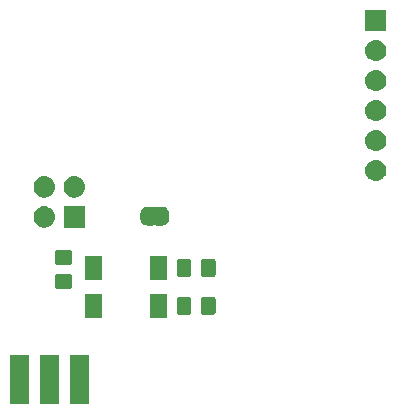
<source format=gbs>
G04 #@! TF.GenerationSoftware,KiCad,Pcbnew,(5.1.4)-1*
G04 #@! TF.CreationDate,2020-11-30T17:40:18+01:00*
G04 #@! TF.ProjectId,BME680,424d4536-3830-42e6-9b69-6361645f7063,A*
G04 #@! TF.SameCoordinates,Original*
G04 #@! TF.FileFunction,Soldermask,Bot*
G04 #@! TF.FilePolarity,Negative*
%FSLAX46Y46*%
G04 Gerber Fmt 4.6, Leading zero omitted, Abs format (unit mm)*
G04 Created by KiCad (PCBNEW (5.1.4)-1) date 2020-11-30 17:40:18*
%MOMM*%
%LPD*%
G04 APERTURE LIST*
%ADD10C,0.100000*%
G04 APERTURE END LIST*
D10*
G36*
X120773000Y-141219000D02*
G01*
X119147000Y-141219000D01*
X119147000Y-137117000D01*
X120773000Y-137117000D01*
X120773000Y-141219000D01*
X120773000Y-141219000D01*
G37*
G36*
X125853000Y-141219000D02*
G01*
X124227000Y-141219000D01*
X124227000Y-137117000D01*
X125853000Y-137117000D01*
X125853000Y-141219000D01*
X125853000Y-141219000D01*
G37*
G36*
X123313000Y-141219000D02*
G01*
X121687000Y-141219000D01*
X121687000Y-137117000D01*
X123313000Y-137117000D01*
X123313000Y-141219000D01*
X123313000Y-141219000D01*
G37*
G36*
X132403200Y-133941200D02*
G01*
X131001200Y-133941200D01*
X131001200Y-131939200D01*
X132403200Y-131939200D01*
X132403200Y-133941200D01*
X132403200Y-133941200D01*
G37*
G36*
X126903200Y-133941200D02*
G01*
X125501200Y-133941200D01*
X125501200Y-131939200D01*
X126903200Y-131939200D01*
X126903200Y-133941200D01*
X126903200Y-133941200D01*
G37*
G36*
X134343474Y-132193865D02*
G01*
X134381167Y-132205299D01*
X134415903Y-132223866D01*
X134446348Y-132248852D01*
X134471334Y-132279297D01*
X134489901Y-132314033D01*
X134501335Y-132351726D01*
X134505800Y-132397061D01*
X134505800Y-133483739D01*
X134501335Y-133529074D01*
X134489901Y-133566767D01*
X134471334Y-133601503D01*
X134446348Y-133631948D01*
X134415903Y-133656934D01*
X134381167Y-133675501D01*
X134343474Y-133686935D01*
X134298139Y-133691400D01*
X133461461Y-133691400D01*
X133416126Y-133686935D01*
X133378433Y-133675501D01*
X133343697Y-133656934D01*
X133313252Y-133631948D01*
X133288266Y-133601503D01*
X133269699Y-133566767D01*
X133258265Y-133529074D01*
X133253800Y-133483739D01*
X133253800Y-132397061D01*
X133258265Y-132351726D01*
X133269699Y-132314033D01*
X133288266Y-132279297D01*
X133313252Y-132248852D01*
X133343697Y-132223866D01*
X133378433Y-132205299D01*
X133416126Y-132193865D01*
X133461461Y-132189400D01*
X134298139Y-132189400D01*
X134343474Y-132193865D01*
X134343474Y-132193865D01*
G37*
G36*
X136393474Y-132193865D02*
G01*
X136431167Y-132205299D01*
X136465903Y-132223866D01*
X136496348Y-132248852D01*
X136521334Y-132279297D01*
X136539901Y-132314033D01*
X136551335Y-132351726D01*
X136555800Y-132397061D01*
X136555800Y-133483739D01*
X136551335Y-133529074D01*
X136539901Y-133566767D01*
X136521334Y-133601503D01*
X136496348Y-133631948D01*
X136465903Y-133656934D01*
X136431167Y-133675501D01*
X136393474Y-133686935D01*
X136348139Y-133691400D01*
X135511461Y-133691400D01*
X135466126Y-133686935D01*
X135428433Y-133675501D01*
X135393697Y-133656934D01*
X135363252Y-133631948D01*
X135338266Y-133601503D01*
X135319699Y-133566767D01*
X135308265Y-133529074D01*
X135303800Y-133483739D01*
X135303800Y-132397061D01*
X135308265Y-132351726D01*
X135319699Y-132314033D01*
X135338266Y-132279297D01*
X135363252Y-132248852D01*
X135393697Y-132223866D01*
X135428433Y-132205299D01*
X135466126Y-132193865D01*
X135511461Y-132189400D01*
X136348139Y-132189400D01*
X136393474Y-132193865D01*
X136393474Y-132193865D01*
G37*
G36*
X124257674Y-130261465D02*
G01*
X124295367Y-130272899D01*
X124330103Y-130291466D01*
X124360548Y-130316452D01*
X124385534Y-130346897D01*
X124404101Y-130381633D01*
X124415535Y-130419326D01*
X124420000Y-130464661D01*
X124420000Y-131301339D01*
X124415535Y-131346674D01*
X124404101Y-131384367D01*
X124385534Y-131419103D01*
X124360548Y-131449548D01*
X124330103Y-131474534D01*
X124295367Y-131493101D01*
X124257674Y-131504535D01*
X124212339Y-131509000D01*
X123125661Y-131509000D01*
X123080326Y-131504535D01*
X123042633Y-131493101D01*
X123007897Y-131474534D01*
X122977452Y-131449548D01*
X122952466Y-131419103D01*
X122933899Y-131384367D01*
X122922465Y-131346674D01*
X122918000Y-131301339D01*
X122918000Y-130464661D01*
X122922465Y-130419326D01*
X122933899Y-130381633D01*
X122952466Y-130346897D01*
X122977452Y-130316452D01*
X123007897Y-130291466D01*
X123042633Y-130272899D01*
X123080326Y-130261465D01*
X123125661Y-130257000D01*
X124212339Y-130257000D01*
X124257674Y-130261465D01*
X124257674Y-130261465D01*
G37*
G36*
X126903200Y-130741200D02*
G01*
X125501200Y-130741200D01*
X125501200Y-128739200D01*
X126903200Y-128739200D01*
X126903200Y-130741200D01*
X126903200Y-130741200D01*
G37*
G36*
X132403200Y-130741200D02*
G01*
X131001200Y-130741200D01*
X131001200Y-128739200D01*
X132403200Y-128739200D01*
X132403200Y-130741200D01*
X132403200Y-130741200D01*
G37*
G36*
X134343474Y-128993465D02*
G01*
X134381167Y-129004899D01*
X134415903Y-129023466D01*
X134446348Y-129048452D01*
X134471334Y-129078897D01*
X134489901Y-129113633D01*
X134501335Y-129151326D01*
X134505800Y-129196661D01*
X134505800Y-130283339D01*
X134501335Y-130328674D01*
X134489901Y-130366367D01*
X134471334Y-130401103D01*
X134446348Y-130431548D01*
X134415903Y-130456534D01*
X134381167Y-130475101D01*
X134343474Y-130486535D01*
X134298139Y-130491000D01*
X133461461Y-130491000D01*
X133416126Y-130486535D01*
X133378433Y-130475101D01*
X133343697Y-130456534D01*
X133313252Y-130431548D01*
X133288266Y-130401103D01*
X133269699Y-130366367D01*
X133258265Y-130328674D01*
X133253800Y-130283339D01*
X133253800Y-129196661D01*
X133258265Y-129151326D01*
X133269699Y-129113633D01*
X133288266Y-129078897D01*
X133313252Y-129048452D01*
X133343697Y-129023466D01*
X133378433Y-129004899D01*
X133416126Y-128993465D01*
X133461461Y-128989000D01*
X134298139Y-128989000D01*
X134343474Y-128993465D01*
X134343474Y-128993465D01*
G37*
G36*
X136393474Y-128993465D02*
G01*
X136431167Y-129004899D01*
X136465903Y-129023466D01*
X136496348Y-129048452D01*
X136521334Y-129078897D01*
X136539901Y-129113633D01*
X136551335Y-129151326D01*
X136555800Y-129196661D01*
X136555800Y-130283339D01*
X136551335Y-130328674D01*
X136539901Y-130366367D01*
X136521334Y-130401103D01*
X136496348Y-130431548D01*
X136465903Y-130456534D01*
X136431167Y-130475101D01*
X136393474Y-130486535D01*
X136348139Y-130491000D01*
X135511461Y-130491000D01*
X135466126Y-130486535D01*
X135428433Y-130475101D01*
X135393697Y-130456534D01*
X135363252Y-130431548D01*
X135338266Y-130401103D01*
X135319699Y-130366367D01*
X135308265Y-130328674D01*
X135303800Y-130283339D01*
X135303800Y-129196661D01*
X135308265Y-129151326D01*
X135319699Y-129113633D01*
X135338266Y-129078897D01*
X135363252Y-129048452D01*
X135393697Y-129023466D01*
X135428433Y-129004899D01*
X135466126Y-128993465D01*
X135511461Y-128989000D01*
X136348139Y-128989000D01*
X136393474Y-128993465D01*
X136393474Y-128993465D01*
G37*
G36*
X124257674Y-128211465D02*
G01*
X124295367Y-128222899D01*
X124330103Y-128241466D01*
X124360548Y-128266452D01*
X124385534Y-128296897D01*
X124404101Y-128331633D01*
X124415535Y-128369326D01*
X124420000Y-128414661D01*
X124420000Y-129251339D01*
X124415535Y-129296674D01*
X124404101Y-129334367D01*
X124385534Y-129369103D01*
X124360548Y-129399548D01*
X124330103Y-129424534D01*
X124295367Y-129443101D01*
X124257674Y-129454535D01*
X124212339Y-129459000D01*
X123125661Y-129459000D01*
X123080326Y-129454535D01*
X123042633Y-129443101D01*
X123007897Y-129424534D01*
X122977452Y-129399548D01*
X122952466Y-129369103D01*
X122933899Y-129334367D01*
X122922465Y-129296674D01*
X122918000Y-129251339D01*
X122918000Y-128414661D01*
X122922465Y-128369326D01*
X122933899Y-128331633D01*
X122952466Y-128296897D01*
X122977452Y-128266452D01*
X123007897Y-128241466D01*
X123042633Y-128222899D01*
X123080326Y-128211465D01*
X123125661Y-128207000D01*
X124212339Y-128207000D01*
X124257674Y-128211465D01*
X124257674Y-128211465D01*
G37*
G36*
X122153843Y-124527519D02*
G01*
X122220027Y-124534037D01*
X122389866Y-124585557D01*
X122389868Y-124585558D01*
X122459333Y-124622688D01*
X122546391Y-124669222D01*
X122555834Y-124676972D01*
X122683586Y-124781814D01*
X122766848Y-124883271D01*
X122796178Y-124919009D01*
X122879843Y-125075534D01*
X122931363Y-125245373D01*
X122948759Y-125422000D01*
X122931363Y-125598627D01*
X122879843Y-125768466D01*
X122796178Y-125924991D01*
X122776282Y-125949234D01*
X122683586Y-126062186D01*
X122605432Y-126126324D01*
X122546391Y-126174778D01*
X122389866Y-126258443D01*
X122220027Y-126309963D01*
X122153842Y-126316482D01*
X122087660Y-126323000D01*
X121999140Y-126323000D01*
X121932958Y-126316482D01*
X121866773Y-126309963D01*
X121696934Y-126258443D01*
X121540409Y-126174778D01*
X121481368Y-126126324D01*
X121403214Y-126062186D01*
X121310518Y-125949234D01*
X121290622Y-125924991D01*
X121206957Y-125768466D01*
X121155437Y-125598627D01*
X121138041Y-125422000D01*
X121155437Y-125245373D01*
X121206957Y-125075534D01*
X121290622Y-124919009D01*
X121319952Y-124883271D01*
X121403214Y-124781814D01*
X121530966Y-124676972D01*
X121540409Y-124669222D01*
X121627467Y-124622688D01*
X121696932Y-124585558D01*
X121696934Y-124585557D01*
X121866773Y-124534037D01*
X121932957Y-124527519D01*
X121999140Y-124521000D01*
X122087660Y-124521000D01*
X122153843Y-124527519D01*
X122153843Y-124527519D01*
G37*
G36*
X125484400Y-126323000D02*
G01*
X123682400Y-126323000D01*
X123682400Y-124521000D01*
X125484400Y-124521000D01*
X125484400Y-126323000D01*
X125484400Y-126323000D01*
G37*
G36*
X131250599Y-124545537D02*
G01*
X131260208Y-124548452D01*
X131269072Y-124553190D01*
X131276837Y-124559563D01*
X131287048Y-124572006D01*
X131293978Y-124582375D01*
X131311305Y-124599702D01*
X131331680Y-124613315D01*
X131354320Y-124622691D01*
X131378353Y-124627471D01*
X131402857Y-124627470D01*
X131426890Y-124622688D01*
X131449529Y-124613310D01*
X131469902Y-124599695D01*
X131487229Y-124582368D01*
X131494158Y-124571998D01*
X131504363Y-124559563D01*
X131512128Y-124553190D01*
X131520992Y-124548452D01*
X131530601Y-124545537D01*
X131546740Y-124543948D01*
X132034461Y-124543948D01*
X132052799Y-124545754D01*
X132065050Y-124546356D01*
X132083469Y-124546356D01*
X132105749Y-124548550D01*
X132189833Y-124565276D01*
X132211260Y-124571776D01*
X132290458Y-124604580D01*
X132295903Y-124607491D01*
X132295909Y-124607493D01*
X132304769Y-124612229D01*
X132304773Y-124612232D01*
X132310214Y-124615140D01*
X132381499Y-124662771D01*
X132398804Y-124676972D01*
X132459428Y-124737596D01*
X132473629Y-124754901D01*
X132521260Y-124826186D01*
X132524168Y-124831627D01*
X132524171Y-124831631D01*
X132528907Y-124840491D01*
X132528909Y-124840497D01*
X132531820Y-124845942D01*
X132564624Y-124925140D01*
X132571124Y-124946567D01*
X132587850Y-125030651D01*
X132590044Y-125052931D01*
X132590044Y-125071350D01*
X132590646Y-125083601D01*
X132592452Y-125101939D01*
X132592452Y-125589662D01*
X132590646Y-125607999D01*
X132590044Y-125620250D01*
X132590044Y-125638669D01*
X132587850Y-125660949D01*
X132571124Y-125745033D01*
X132564624Y-125766460D01*
X132531820Y-125845658D01*
X132528909Y-125851103D01*
X132528907Y-125851109D01*
X132524171Y-125859969D01*
X132524168Y-125859973D01*
X132521260Y-125865414D01*
X132473629Y-125936699D01*
X132459428Y-125954004D01*
X132398804Y-126014628D01*
X132381499Y-126028829D01*
X132310214Y-126076460D01*
X132304773Y-126079368D01*
X132304769Y-126079371D01*
X132295909Y-126084107D01*
X132295903Y-126084109D01*
X132290458Y-126087020D01*
X132211260Y-126119824D01*
X132189833Y-126126324D01*
X132105749Y-126143050D01*
X132083469Y-126145244D01*
X132065050Y-126145244D01*
X132052799Y-126145846D01*
X132034462Y-126147652D01*
X131546740Y-126147652D01*
X131530601Y-126146063D01*
X131520992Y-126143148D01*
X131512128Y-126138410D01*
X131504363Y-126132037D01*
X131494152Y-126119594D01*
X131487222Y-126109225D01*
X131469895Y-126091898D01*
X131449520Y-126078285D01*
X131426880Y-126068909D01*
X131402847Y-126064129D01*
X131378343Y-126064130D01*
X131354310Y-126068912D01*
X131331671Y-126078290D01*
X131311298Y-126091905D01*
X131293971Y-126109232D01*
X131287042Y-126119602D01*
X131276837Y-126132037D01*
X131269072Y-126138410D01*
X131260208Y-126143148D01*
X131250599Y-126146063D01*
X131234460Y-126147652D01*
X130746738Y-126147652D01*
X130728401Y-126145846D01*
X130716150Y-126145244D01*
X130697731Y-126145244D01*
X130675451Y-126143050D01*
X130591367Y-126126324D01*
X130569940Y-126119824D01*
X130490742Y-126087020D01*
X130485297Y-126084109D01*
X130485291Y-126084107D01*
X130476431Y-126079371D01*
X130476427Y-126079368D01*
X130470986Y-126076460D01*
X130399701Y-126028829D01*
X130382396Y-126014628D01*
X130321772Y-125954004D01*
X130307571Y-125936699D01*
X130259940Y-125865414D01*
X130257032Y-125859973D01*
X130257029Y-125859969D01*
X130252293Y-125851109D01*
X130252291Y-125851103D01*
X130249380Y-125845658D01*
X130216576Y-125766460D01*
X130210076Y-125745033D01*
X130193350Y-125660949D01*
X130191156Y-125638669D01*
X130191156Y-125620250D01*
X130190554Y-125607999D01*
X130188748Y-125589662D01*
X130188748Y-125101939D01*
X130190554Y-125083601D01*
X130191156Y-125071350D01*
X130191156Y-125052931D01*
X130193350Y-125030651D01*
X130210076Y-124946567D01*
X130216576Y-124925140D01*
X130249380Y-124845942D01*
X130252291Y-124840497D01*
X130252293Y-124840491D01*
X130257029Y-124831631D01*
X130257032Y-124831627D01*
X130259940Y-124826186D01*
X130307571Y-124754901D01*
X130321772Y-124737596D01*
X130382396Y-124676972D01*
X130399701Y-124662771D01*
X130470986Y-124615140D01*
X130476427Y-124612232D01*
X130476431Y-124612229D01*
X130485291Y-124607493D01*
X130485297Y-124607491D01*
X130490742Y-124604580D01*
X130569940Y-124571776D01*
X130591367Y-124565276D01*
X130675451Y-124548550D01*
X130697731Y-124546356D01*
X130716150Y-124546356D01*
X130728401Y-124545754D01*
X130746739Y-124543948D01*
X131234460Y-124543948D01*
X131250599Y-124545537D01*
X131250599Y-124545537D01*
G37*
G36*
X124693843Y-121987519D02*
G01*
X124760027Y-121994037D01*
X124929866Y-122045557D01*
X125086391Y-122129222D01*
X125122129Y-122158552D01*
X125223586Y-122241814D01*
X125306848Y-122343271D01*
X125336178Y-122379009D01*
X125419843Y-122535534D01*
X125471363Y-122705373D01*
X125488759Y-122882000D01*
X125471363Y-123058627D01*
X125419843Y-123228466D01*
X125336178Y-123384991D01*
X125306848Y-123420729D01*
X125223586Y-123522186D01*
X125122129Y-123605448D01*
X125086391Y-123634778D01*
X124929866Y-123718443D01*
X124760027Y-123769963D01*
X124693843Y-123776481D01*
X124627660Y-123783000D01*
X124539140Y-123783000D01*
X124472957Y-123776481D01*
X124406773Y-123769963D01*
X124236934Y-123718443D01*
X124080409Y-123634778D01*
X124044671Y-123605448D01*
X123943214Y-123522186D01*
X123859952Y-123420729D01*
X123830622Y-123384991D01*
X123746957Y-123228466D01*
X123695437Y-123058627D01*
X123678041Y-122882000D01*
X123695437Y-122705373D01*
X123746957Y-122535534D01*
X123830622Y-122379009D01*
X123859952Y-122343271D01*
X123943214Y-122241814D01*
X124044671Y-122158552D01*
X124080409Y-122129222D01*
X124236934Y-122045557D01*
X124406773Y-121994037D01*
X124472957Y-121987519D01*
X124539140Y-121981000D01*
X124627660Y-121981000D01*
X124693843Y-121987519D01*
X124693843Y-121987519D01*
G37*
G36*
X122153843Y-121987519D02*
G01*
X122220027Y-121994037D01*
X122389866Y-122045557D01*
X122546391Y-122129222D01*
X122582129Y-122158552D01*
X122683586Y-122241814D01*
X122766848Y-122343271D01*
X122796178Y-122379009D01*
X122879843Y-122535534D01*
X122931363Y-122705373D01*
X122948759Y-122882000D01*
X122931363Y-123058627D01*
X122879843Y-123228466D01*
X122796178Y-123384991D01*
X122766848Y-123420729D01*
X122683586Y-123522186D01*
X122582129Y-123605448D01*
X122546391Y-123634778D01*
X122389866Y-123718443D01*
X122220027Y-123769963D01*
X122153843Y-123776481D01*
X122087660Y-123783000D01*
X121999140Y-123783000D01*
X121932957Y-123776481D01*
X121866773Y-123769963D01*
X121696934Y-123718443D01*
X121540409Y-123634778D01*
X121504671Y-123605448D01*
X121403214Y-123522186D01*
X121319952Y-123420729D01*
X121290622Y-123384991D01*
X121206957Y-123228466D01*
X121155437Y-123058627D01*
X121138041Y-122882000D01*
X121155437Y-122705373D01*
X121206957Y-122535534D01*
X121290622Y-122379009D01*
X121319952Y-122343271D01*
X121403214Y-122241814D01*
X121504671Y-122158552D01*
X121540409Y-122129222D01*
X121696934Y-122045557D01*
X121866773Y-121994037D01*
X121932957Y-121987519D01*
X121999140Y-121981000D01*
X122087660Y-121981000D01*
X122153843Y-121987519D01*
X122153843Y-121987519D01*
G37*
G36*
X150210442Y-120590518D02*
G01*
X150276627Y-120597037D01*
X150446466Y-120648557D01*
X150602991Y-120732222D01*
X150638729Y-120761552D01*
X150740186Y-120844814D01*
X150823448Y-120946271D01*
X150852778Y-120982009D01*
X150936443Y-121138534D01*
X150987963Y-121308373D01*
X151005359Y-121485000D01*
X150987963Y-121661627D01*
X150936443Y-121831466D01*
X150852778Y-121987991D01*
X150847816Y-121994037D01*
X150740186Y-122125186D01*
X150638729Y-122208448D01*
X150602991Y-122237778D01*
X150446466Y-122321443D01*
X150276627Y-122372963D01*
X150210443Y-122379481D01*
X150144260Y-122386000D01*
X150055740Y-122386000D01*
X149989557Y-122379481D01*
X149923373Y-122372963D01*
X149753534Y-122321443D01*
X149597009Y-122237778D01*
X149561271Y-122208448D01*
X149459814Y-122125186D01*
X149352184Y-121994037D01*
X149347222Y-121987991D01*
X149263557Y-121831466D01*
X149212037Y-121661627D01*
X149194641Y-121485000D01*
X149212037Y-121308373D01*
X149263557Y-121138534D01*
X149347222Y-120982009D01*
X149376552Y-120946271D01*
X149459814Y-120844814D01*
X149561271Y-120761552D01*
X149597009Y-120732222D01*
X149753534Y-120648557D01*
X149923373Y-120597037D01*
X149989558Y-120590518D01*
X150055740Y-120584000D01*
X150144260Y-120584000D01*
X150210442Y-120590518D01*
X150210442Y-120590518D01*
G37*
G36*
X150210443Y-118050519D02*
G01*
X150276627Y-118057037D01*
X150446466Y-118108557D01*
X150602991Y-118192222D01*
X150638729Y-118221552D01*
X150740186Y-118304814D01*
X150823448Y-118406271D01*
X150852778Y-118442009D01*
X150936443Y-118598534D01*
X150987963Y-118768373D01*
X151005359Y-118945000D01*
X150987963Y-119121627D01*
X150936443Y-119291466D01*
X150852778Y-119447991D01*
X150823448Y-119483729D01*
X150740186Y-119585186D01*
X150638729Y-119668448D01*
X150602991Y-119697778D01*
X150446466Y-119781443D01*
X150276627Y-119832963D01*
X150210443Y-119839481D01*
X150144260Y-119846000D01*
X150055740Y-119846000D01*
X149989557Y-119839481D01*
X149923373Y-119832963D01*
X149753534Y-119781443D01*
X149597009Y-119697778D01*
X149561271Y-119668448D01*
X149459814Y-119585186D01*
X149376552Y-119483729D01*
X149347222Y-119447991D01*
X149263557Y-119291466D01*
X149212037Y-119121627D01*
X149194641Y-118945000D01*
X149212037Y-118768373D01*
X149263557Y-118598534D01*
X149347222Y-118442009D01*
X149376552Y-118406271D01*
X149459814Y-118304814D01*
X149561271Y-118221552D01*
X149597009Y-118192222D01*
X149753534Y-118108557D01*
X149923373Y-118057037D01*
X149989557Y-118050519D01*
X150055740Y-118044000D01*
X150144260Y-118044000D01*
X150210443Y-118050519D01*
X150210443Y-118050519D01*
G37*
G36*
X150210442Y-115510518D02*
G01*
X150276627Y-115517037D01*
X150446466Y-115568557D01*
X150602991Y-115652222D01*
X150638729Y-115681552D01*
X150740186Y-115764814D01*
X150823448Y-115866271D01*
X150852778Y-115902009D01*
X150936443Y-116058534D01*
X150987963Y-116228373D01*
X151005359Y-116405000D01*
X150987963Y-116581627D01*
X150936443Y-116751466D01*
X150852778Y-116907991D01*
X150823448Y-116943729D01*
X150740186Y-117045186D01*
X150638729Y-117128448D01*
X150602991Y-117157778D01*
X150446466Y-117241443D01*
X150276627Y-117292963D01*
X150210442Y-117299482D01*
X150144260Y-117306000D01*
X150055740Y-117306000D01*
X149989558Y-117299482D01*
X149923373Y-117292963D01*
X149753534Y-117241443D01*
X149597009Y-117157778D01*
X149561271Y-117128448D01*
X149459814Y-117045186D01*
X149376552Y-116943729D01*
X149347222Y-116907991D01*
X149263557Y-116751466D01*
X149212037Y-116581627D01*
X149194641Y-116405000D01*
X149212037Y-116228373D01*
X149263557Y-116058534D01*
X149347222Y-115902009D01*
X149376552Y-115866271D01*
X149459814Y-115764814D01*
X149561271Y-115681552D01*
X149597009Y-115652222D01*
X149753534Y-115568557D01*
X149923373Y-115517037D01*
X149989558Y-115510518D01*
X150055740Y-115504000D01*
X150144260Y-115504000D01*
X150210442Y-115510518D01*
X150210442Y-115510518D01*
G37*
G36*
X150210443Y-112970519D02*
G01*
X150276627Y-112977037D01*
X150446466Y-113028557D01*
X150602991Y-113112222D01*
X150638729Y-113141552D01*
X150740186Y-113224814D01*
X150823448Y-113326271D01*
X150852778Y-113362009D01*
X150936443Y-113518534D01*
X150987963Y-113688373D01*
X151005359Y-113865000D01*
X150987963Y-114041627D01*
X150936443Y-114211466D01*
X150852778Y-114367991D01*
X150823448Y-114403729D01*
X150740186Y-114505186D01*
X150638729Y-114588448D01*
X150602991Y-114617778D01*
X150446466Y-114701443D01*
X150276627Y-114752963D01*
X150210442Y-114759482D01*
X150144260Y-114766000D01*
X150055740Y-114766000D01*
X149989558Y-114759482D01*
X149923373Y-114752963D01*
X149753534Y-114701443D01*
X149597009Y-114617778D01*
X149561271Y-114588448D01*
X149459814Y-114505186D01*
X149376552Y-114403729D01*
X149347222Y-114367991D01*
X149263557Y-114211466D01*
X149212037Y-114041627D01*
X149194641Y-113865000D01*
X149212037Y-113688373D01*
X149263557Y-113518534D01*
X149347222Y-113362009D01*
X149376552Y-113326271D01*
X149459814Y-113224814D01*
X149561271Y-113141552D01*
X149597009Y-113112222D01*
X149753534Y-113028557D01*
X149923373Y-112977037D01*
X149989557Y-112970519D01*
X150055740Y-112964000D01*
X150144260Y-112964000D01*
X150210443Y-112970519D01*
X150210443Y-112970519D01*
G37*
G36*
X150210442Y-110430518D02*
G01*
X150276627Y-110437037D01*
X150446466Y-110488557D01*
X150602991Y-110572222D01*
X150638729Y-110601552D01*
X150740186Y-110684814D01*
X150823448Y-110786271D01*
X150852778Y-110822009D01*
X150936443Y-110978534D01*
X150987963Y-111148373D01*
X151005359Y-111325000D01*
X150987963Y-111501627D01*
X150936443Y-111671466D01*
X150852778Y-111827991D01*
X150823448Y-111863729D01*
X150740186Y-111965186D01*
X150638729Y-112048448D01*
X150602991Y-112077778D01*
X150446466Y-112161443D01*
X150276627Y-112212963D01*
X150210443Y-112219481D01*
X150144260Y-112226000D01*
X150055740Y-112226000D01*
X149989557Y-112219481D01*
X149923373Y-112212963D01*
X149753534Y-112161443D01*
X149597009Y-112077778D01*
X149561271Y-112048448D01*
X149459814Y-111965186D01*
X149376552Y-111863729D01*
X149347222Y-111827991D01*
X149263557Y-111671466D01*
X149212037Y-111501627D01*
X149194641Y-111325000D01*
X149212037Y-111148373D01*
X149263557Y-110978534D01*
X149347222Y-110822009D01*
X149376552Y-110786271D01*
X149459814Y-110684814D01*
X149561271Y-110601552D01*
X149597009Y-110572222D01*
X149753534Y-110488557D01*
X149923373Y-110437037D01*
X149989558Y-110430518D01*
X150055740Y-110424000D01*
X150144260Y-110424000D01*
X150210442Y-110430518D01*
X150210442Y-110430518D01*
G37*
G36*
X151001000Y-109686000D02*
G01*
X149199000Y-109686000D01*
X149199000Y-107884000D01*
X151001000Y-107884000D01*
X151001000Y-109686000D01*
X151001000Y-109686000D01*
G37*
M02*

</source>
